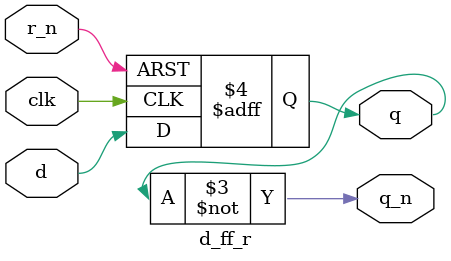
<source format=v>
module d_ff_r(
	q,
	q_n,
	clk, 
	d,
	r_n);
	
	output q, q_n;
	reg q;
	input clk, d, r_n;
	
always @(negedge r_n or posedge clk)
	begin
		if (!r_n)
			q <= 0;
		else 
			q <= d;
	end
	
	assign q_n = ~q;
	
endmodule 
</source>
